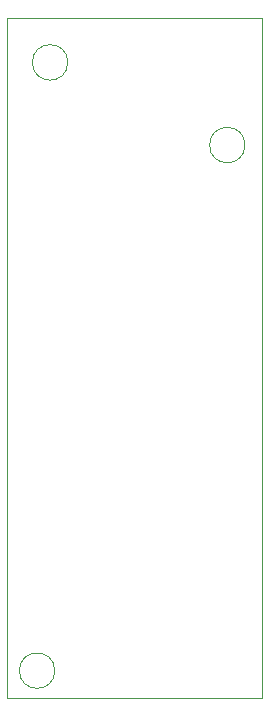
<source format=gbr>
%TF.GenerationSoftware,KiCad,Pcbnew,8.0.5*%
%TF.CreationDate,2024-10-30T18:10:09+09:00*%
%TF.ProjectId,BD,42442e6b-6963-4616-945f-706362585858,rev?*%
%TF.SameCoordinates,Original*%
%TF.FileFunction,Profile,NP*%
%FSLAX46Y46*%
G04 Gerber Fmt 4.6, Leading zero omitted, Abs format (unit mm)*
G04 Created by KiCad (PCBNEW 8.0.5) date 2024-10-30 18:10:09*
%MOMM*%
%LPD*%
G01*
G04 APERTURE LIST*
%TA.AperFunction,Profile*%
%ADD10C,0.050000*%
%TD*%
G04 APERTURE END LIST*
D10*
X28400000Y-77500000D02*
G75*
G02*
X25400000Y-77500000I-1500000J0D01*
G01*
X25400000Y-77500000D02*
G75*
G02*
X28400000Y-77500000I1500000J0D01*
G01*
X29500000Y-26000000D02*
G75*
G02*
X26500000Y-26000000I-1500000J0D01*
G01*
X26500000Y-26000000D02*
G75*
G02*
X29500000Y-26000000I1500000J0D01*
G01*
X44500000Y-33000000D02*
G75*
G02*
X41500000Y-33000000I-1500000J0D01*
G01*
X41500000Y-33000000D02*
G75*
G02*
X44500000Y-33000000I1500000J0D01*
G01*
X24325500Y-22202000D02*
X45915500Y-22202000D01*
X45915500Y-79788000D01*
X24325500Y-79788000D01*
X24325500Y-22202000D01*
M02*

</source>
